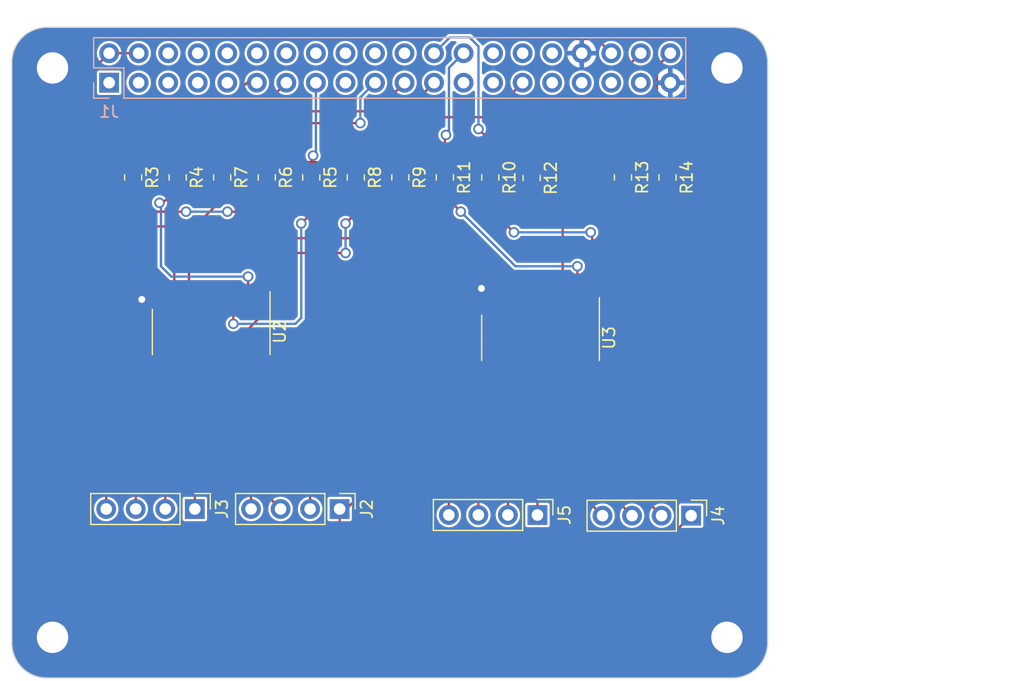
<source format=kicad_pcb>
(kicad_pcb (version 20221018) (generator pcbnew)
  (title_block (date "15 nov 2012"))
  (layers (0 "F.Cu" signal) (31 "B.Cu" signal) (34 "B.Paste" user) (35 "F.Paste" user) (36 "B.SilkS" user "B.Silkscreen") (37 "F.SilkS" user "F.Silkscreen") (38 "B.Mask" user) (39 "F.Mask" user) (44 "Edge.Cuts" user))
  (net 0 "")
  (net 1 "GND")
  (net 2 "/GPIO2{slash}SDA1")
  (net 3 "/GPIO3{slash}SCL1")
  (net 4 "/GPIO4{slash}GPCLK0")
  (net 5 "/GPIO14{slash}TXD0")
  (net 6 "/GPIO15{slash}RXD0")
  (net 7 "/DO1")
  (net 8 "/GPIO18{slash}PCM.CLK")
  (net 9 "/DO2")
  (net 10 "/DO3")
  (net 11 "/GPIO23")
  (net 12 "/GPIO24")
  (net 13 "/DO4")
  (net 15 "/GPIO25")
  (net 16 "+3.3V")
  (net 17 "Net-(J3-Pin_4)")
  (net 18 "Net-(J3-Pin_3)")
  (net 19 "/ID_SDA")
  (net 20 "/ID_SCL")
  (net 21 "/GPIO6")
  (net 22 "/GPIO12{slash}PWM0")
  (net 23 "/GPIO13{slash}PWM1")
  (net 24 "/GPIO19{slash}PCM.FS")
  (net 25 "/GPIO16")
  (net 26 "/GPIO26")
  (net 27 "/GPIO20{slash}PCM.DIN")
  (net 28 "/GPIO21{slash}PCM.DOUT")
  (net 29 "+5V")
  (net 30 "Net-(J3-Pin_2)")
  (net 31 "Net-(U2-I1)")
  (net 32 "Net-(U2-I2)")
  (net 33 "Net-(U2-I3)")
  (net 34 "Net-(U2-I4)")
  (net 35 "/DO5")
  (net 36 "Net-(U2-I5)")
  (net 38 "Net-(U2-I6)")
  (net 40 "Net-(U2-I7)")
  (net 41 "Net-(J3-Pin_1)")
  (net 42 "Net-(J2-Pin_3)")
  (net 43 "Net-(J2-Pin_2)")
  (net 44 "Net-(J5-Pin_4)")
  (net 45 "Net-(J5-Pin_3)")
  (net 46 "Net-(J5-Pin_2)")
  (net 51 "/DO6")
  (net 52 "/DO7")
  (net 53 "/Connected")
  (net 54 "Net-(J5-Pin_1)")
  (net 55 "Net-(J4-Pin_3)")
  (net 56 "Net-(J4-Pin_2)")
  (net 57 "Net-(J2-Pin_4)")
  (net 58 "Net-(U3-I1)")
  (net 59 "/Active")
  (net 60 "Net-(U3-I2)")
  (net 61 "Net-(U3-I3)")
  (net 62 "Net-(U3-I4)")
  (net 63 "Net-(U3-I5)")
  (net 64 "Net-(J4-Pin_4)")
  (footprint "Connector_PinHeader_2.54mm:PinHeader_1x04_P2.54mm_Vertical" (layer "F.Cu") (at 115.738 85.457 -90)
    (fp_text reference "J3" (at 0 -2.33 -90) (layer "F.SilkS"))
    (fp_text value "Relay Pins 2")
    (fp_line (start -1.33 -1.33) (end 0 -1.33) (stroke (width 0.12)) (layer "F.SilkS"))
    (fp_line (start -1.33 0) (end -1.33 -1.33) (stroke (width 0.12)) (layer "F.SilkS"))
    (fp_line (start -1.33 1.27) (end -1.33 8.95) (stroke (width 0.12)) (layer "F.SilkS"))
    (fp_line (start -1.33 1.27) (end 1.33 1.27) (stroke (width 0.12)) (layer "F.SilkS"))
    (fp_line (start -1.33 8.95) (end 1.33 8.95) (stroke (width 0.12)) (layer "F.SilkS"))
    (fp_line (start 1.33 1.27) (end 1.33 8.95) (stroke (width 0.12)) (layer "F.SilkS"))
    (pad "1" thru_hole rect (at 0 0 270) (size 1.7 1.7) (drill 1) (layers "*.Cu" "*.Mask") (net 41 "Net-(J3-Pin_1)"))
    (pad "2" thru_hole oval (at 0 2.54 270) (size 1.7 1.7) (drill 1) (layers "*.Cu" "*.Mask") (net 30 "Net-(J3-Pin_2)"))
    (pad "3" thru_hole oval (at 0 5.08 270) (size 1.7 1.7) (drill 1) (layers "*.Cu" "*.Mask") (net 18 "Net-(J3-Pin_3)"))
    (pad "4" thru_hole oval (at 0 7.62 270) (size 1.7 1.7) (drill 1) (layers "*.Cu" "*.Mask") (net 17 "Net-(J3-Pin_4)"))
  )
  (footprint "Resistor_SMD:R_0805_2012Metric" (layer "F.Cu") (at 144.704 56.9705 -90)
    (fp_text reference "R12" (at 0 -1.65 90) (layer "F.SilkS"))
    (fp_text value "3k3")
    (fp_line (start -0.227064 -0.735) (end 0.227064 -0.735) (stroke (width 0.12)) (layer "F.SilkS"))
    (fp_line (start -0.227064 0.735) (end 0.227064 0.735) (stroke (width 0.12)) (layer "F.SilkS"))
    (pad "1" smd roundrect (at -0.9125 0 270) (size 1.025 1.4) (layers "F.Cu" "F.Paste" "F.Mask") (roundrect_rratio 0.243902) (net 25 "/GPIO16"))
    (pad "2" smd roundrect (at 0.9125 0 270) (size 1.025 1.4) (layers "F.Cu" "F.Paste" "F.Mask") (roundrect_rratio 0.243902) (net 61 "Net-(U3-I3)"))
  )
  (footprint "MountingHole:MountingHole_2.7mm_M2.5" (layer "F.Cu") (at 161.5 47.5)
    (fp_text reference "MH2" hide)
    (fp_text value "MountingHole_2.7mm_M2.5" hide)
    (pad "" np_thru_hole circle locked (at 0 0) (size 2.7 2.7) (drill 2.7) (layers "*.Cu" "*.Mask"))
  )
  (footprint "Resistor_SMD:R_0805_2012Metric" (layer "F.Cu") (at 141.148 56.9235 -90)
    (fp_text reference "R10" (at 0 -1.65 90) (layer "F.SilkS"))
    (fp_text value "3k3")
    (fp_line (start -0.227064 -0.735) (end 0.227064 -0.735) (stroke (width 0.12)) (layer "F.SilkS"))
    (fp_line (start -0.227064 0.735) (end 0.227064 0.735) (stroke (width 0.12)) (layer "F.SilkS"))
    (pad "1" smd roundrect (at -0.9125 0 270) (size 1.025 1.4) (layers "F.Cu" "F.Paste" "F.Mask") (roundrect_rratio 0.243902) (net 53 "/Connected"))
    (pad "2" smd roundrect (at 0.9125 0 270) (size 1.025 1.4) (layers "F.Cu" "F.Paste" "F.Mask") (roundrect_rratio 0.243902) (net 58 "Net-(U3-I1)"))
  )
  (footprint "Resistor_SMD:R_0805_2012Metric" (layer "F.Cu") (at 129.582177 56.9235 -90)
    (fp_text reference "R8" (at 0 -1.65 90) (layer "F.SilkS"))
    (fp_text value "3k3")
    (fp_line (start -0.227064 -0.735) (end 0.227064 -0.735) (stroke (width 0.12)) (layer "F.SilkS"))
    (fp_line (start -0.227064 0.735) (end 0.227064 0.735) (stroke (width 0.12)) (layer "F.SilkS"))
    (pad "1" smd roundrect (at -0.9125 0 270) (size 1.025 1.4) (layers "F.Cu" "F.Paste" "F.Mask") (roundrect_rratio 0.243902) (net 51 "/DO6"))
    (pad "2" smd roundrect (at 0.9125 0 270) (size 1.025 1.4) (layers "F.Cu" "F.Paste" "F.Mask") (roundrect_rratio 0.243902) (net 38 "Net-(U2-I6)"))
  )
  (footprint "Connector_PinHeader_2.54mm:PinHeader_1x04_P2.54mm_Vertical" (layer "F.Cu") (at 145.202 85.973 -90)
    (fp_text reference "J5" (at 0 -2.33 -90) (layer "F.SilkS"))
    (fp_text value "Status Leds 2")
    (fp_line (start -1.33 -1.33) (end 0 -1.33) (stroke (width 0.12)) (layer "F.SilkS"))
    (fp_line (start -1.33 0) (end -1.33 -1.33) (stroke (width 0.12)) (layer "F.SilkS"))
    (fp_line (start -1.33 1.27) (end -1.33 8.95) (stroke (width 0.12)) (layer "F.SilkS"))
    (fp_line (start -1.33 1.27) (end 1.33 1.27) (stroke (width 0.12)) (layer "F.SilkS"))
    (fp_line (start -1.33 8.95) (end 1.33 8.95) (stroke (width 0.12)) (layer "F.SilkS"))
    (fp_line (start 1.33 1.27) (end 1.33 8.95) (stroke (width 0.12)) (layer "F.SilkS"))
    (pad "1" thru_hole rect (at 0 0 270) (size 1.7 1.7) (drill 1) (layers "*.Cu" "*.Mask") (net 54 "Net-(J5-Pin_1)"))
    (pad "2" thru_hole oval (at 0 2.54 270) (size 1.7 1.7) (drill 1) (layers "*.Cu" "*.Mask") (net 46 "Net-(J5-Pin_2)"))
    (pad "3" thru_hole oval (at 0 5.08 270) (size 1.7 1.7) (drill 1) (layers "*.Cu" "*.Mask") (net 45 "Net-(J5-Pin_3)"))
    (pad "4" thru_hole oval (at 0 7.62 270) (size 1.7 1.7) (drill 1) (layers "*.Cu" "*.Mask") (net 44 "Net-(J5-Pin_4)"))
  )
  (footprint "Resistor_SMD:R_0805_2012Metric" (layer "F.Cu") (at 110.435162 56.9235 -90)
    (fp_text reference "R3" (at 0 -1.65 90) (layer "F.SilkS"))
    (fp_text value "3k3")
    (fp_line (start -0.227064 -0.735) (end 0.227064 -0.735) (stroke (width 0.12)) (layer "F.SilkS"))
    (fp_line (start -0.227064 0.735) (end 0.227064 0.735) (stroke (width 0.12)) (layer "F.SilkS"))
    (pad "1" smd roundrect (at -0.9125 0 270) (size 1.025 1.4) (layers "F.Cu" "F.Paste" "F.Mask") (roundrect_rratio 0.243902) (net 7 "/DO1"))
    (pad "2" smd roundrect (at 0.9125 0 270) (size 1.025 1.4) (layers "F.Cu" "F.Paste" "F.Mask") (roundrect_rratio 0.243902) (net 31 "Net-(U2-I1)"))
  )
  (footprint "Resistor_SMD:R_0805_2012Metric" (layer "F.Cu") (at 118.093968 56.9235 -90)
    (fp_text reference "R7" (at 0 -1.65 90) (layer "F.SilkS"))
    (fp_text value "3k3")
    (fp_line (start -0.227064 -0.735) (end 0.227064 -0.735) (stroke (width 0.12)) (layer "F.SilkS"))
    (fp_line (start -0.227064 0.735) (end 0.227064 0.735) (stroke (width 0.12)) (layer "F.SilkS"))
    (pad "1" smd roundrect (at -0.9125 0 270) (size 1.025 1.4) (layers "F.Cu" "F.Paste" "F.Mask") (roundrect_rratio 0.243902) (net 35 "/DO5"))
    (pad "2" smd roundrect (at 0.9125 0 270) (size 1.025 1.4) (layers "F.Cu" "F.Paste" "F.Mask") (roundrect_rratio 0.243902) (net 36 "Net-(U2-I5)"))
  )
  (footprint "MountingHole:MountingHole_2.7mm_M2.5" (layer "F.Cu") (at 103.5 96.5)
    (fp_text reference "MH3" hide)
    (fp_text value "MountingHole_2.7mm_M2.5" hide)
    (pad "" np_thru_hole circle locked (at 0 0) (size 2.7 2.7) (drill 2.7) (layers "*.Cu" "*.Mask"))
  )
  (footprint "Package_SO:SOIC-16_3.9x9.9mm_P1.27mm" (layer "F.Cu") (at 145.466 70.725 -90)
    (fp_text reference "U3" (at 0 -5.9 90) (layer "F.SilkS"))
    (fp_text value "ULN2003")
    (fp_line (start 0 -5.06) (end -3.45 -5.06) (stroke (width 0.12)) (layer "F.SilkS"))
    (fp_line (start 0 -5.06) (end 1.95 -5.06) (stroke (width 0.12)) (layer "F.SilkS"))
    (fp_line (start 0 5.06) (end -1.95 5.06) (stroke (width 0.12)) (layer "F.SilkS"))
    (fp_line (start 0 5.06) (end 1.95 5.06) (stroke (width 0.12)) (layer "F.SilkS"))
    (pad "1" smd roundrect (at -2.475 -4.445 270) (size 1.95 0.6) (layers "F.Cu" "F.Paste" "F.Mask") (net 58 "Net-(U3-I1)"))
    (pad "2" smd roundrect (at -2.475 -3.175 270) (size 1.95 0.6) (layers "F.Cu" "F.Paste" "F.Mask") (net 60 "Net-(U3-I2)"))
    (pad "3" smd roundrect (at -2.475 -1.905 270) (size 1.95 0.6) (layers "F.Cu" "F.Paste" "F.Mask") (net 61 "Net-(U3-I3)"))
    (pad "4" smd roundrect (at -2.475 -0.635 270) (size 1.95 0.6) (layers "F.Cu" "F.Paste" "F.Mask") (net 62 "Net-(U3-I4)"))
    (pad "5" smd roundrect (at -2.475 0.635 270) (size 1.95 0.6) (layers "F.Cu" "F.Paste" "F.Mask") (net 63 "Net-(U3-I5)"))
    (pad "6" smd roundrect (at -2.475 1.905 270) (size 1.95 0.6) (layers "F.Cu" "F.Paste" "F.Mask"))
    (pad "7" smd roundrect (at -2.475 3.175 270) (size 1.95 0.6) (layers "F.Cu" "F.Paste" "F.Mask"))
    (pad "8" smd roundrect (at -2.475 4.445 270) (size 1.95 0.6) (layers "F.Cu" "F.Paste" "F.Mask") (net 1 "GND"))
    (pad "9" smd roundrect (at 2.475 4.445 270) (size 1.95 0.6) (layers "F.Cu" "F.Paste" "F.Mask") (net 29 "+5V"))
    (pad "10" smd roundrect (at 2.475 3.175 270) (size 1.95 0.6) (layers "F.Cu" "F.Paste" "F.Mask") (net 44 "Net-(J5-Pin_4)"))
    (pad "11" smd roundrect (at 2.475 1.905 270) (size 1.95 0.6) (layers "F.Cu" "F.Paste" "F.Mask") (net 45 "Net-(J5-Pin_3)"))
    (pad "12" smd roundrect (at 2.475 0.635 270) (size 1.95 0.6) (layers "F.Cu" "F.Paste" "F.Mask") (net 46 "Net-(J5-Pin_2)"))
    (pad "13" smd roundrect (at 2.475 -0.635 270) (size 1.95 0.6) (layers "F.Cu" "F.Paste" "F.Mask") (net 54 "Net-(J5-Pin_1)"))
    (pad "14" smd roundrect (at 2.475 -1.905 270) (size 1.95 0.6) (layers "F.Cu" "F.Paste" "F.Mask") (net 64 "Net-(J4-Pin_4)"))
    (pad "15" smd roundrect (at 2.475 -3.175 270) (size 1.95 0.6) (layers "F.Cu" "F.Paste" "F.Mask") (net 55 "Net-(J4-Pin_3)"))
    (pad "16" smd roundrect (at 2.475 -4.445 270) (size 1.95 0.6) (layers "F.Cu" "F.Paste" "F.Mask") (net 56 "Net-(J4-Pin_2)"))
  )
  (footprint "MountingHole:MountingHole_2.7mm_M2.5" (layer "F.Cu") (at 103.5 47.5)
    (fp_text reference "MH1" hide)
    (fp_text value "MountingHole_2.7mm_M2.5" hide)
    (pad "" np_thru_hole circle locked (at 0 0) (size 2.7 2.7) (drill 2.7) (layers "*.Cu" "*.Mask"))
  )
  (footprint "Resistor_SMD:R_0805_2012Metric" (layer "F.Cu") (at 114.264565 56.9235 -90)
    (fp_text reference "R4" (at 0 -1.65 90) (layer "F.SilkS"))
    (fp_text value "3k3")
    (fp_line (start -0.227064 -0.735) (end 0.227064 -0.735) (stroke (width 0.12)) (layer "F.SilkS"))
    (fp_line (start -0.227064 0.735) (end 0.227064 0.735) (stroke (width 0.12)) (layer "F.SilkS"))
    (pad "1" smd roundrect (at -0.9125 0 270) (size 1.025 1.4) (layers "F.Cu" "F.Paste" "F.Mask") (roundrect_rratio 0.243902) (net 9 "/DO2"))
    (pad "2" smd roundrect (at 0.9125 0 270) (size 1.025 1.4) (layers "F.Cu" "F.Paste" "F.Mask") (roundrect_rratio 0.243902) (net 32 "Net-(U2-I2)"))
  )
  (footprint "Resistor_SMD:R_0805_2012Metric" (layer "F.Cu") (at 152.558595 56.9235 -90)
    (fp_text reference "R13" (at 0 -1.65 90) (layer "F.SilkS"))
    (fp_text value "3k3")
    (fp_line (start -0.227064 -0.735) (end 0.227064 -0.735) (stroke (width 0.12)) (layer "F.SilkS"))
    (fp_line (start -0.227064 0.735) (end 0.227064 0.735) (stroke (width 0.12)) (layer "F.SilkS"))
    (pad "1" smd roundrect (at -0.9125 0 270) (size 1.025 1.4) (layers "F.Cu" "F.Paste" "F.Mask") (roundrect_rratio 0.243902) (net 27 "/GPIO20{slash}PCM.DIN"))
    (pad "2" smd roundrect (at 0.9125 0 270) (size 1.025 1.4) (layers "F.Cu" "F.Paste" "F.Mask") (roundrect_rratio 0.243902) (net 62 "Net-(U3-I4)"))
  )
  (footprint "Connector_PinHeader_2.54mm:PinHeader_1x04_P2.54mm_Vertical" (layer "F.Cu") (at 158.42 86.03 -90)
    (fp_text reference "J4" (at 0 -2.33 90) (layer "F.SilkS"))
    (fp_text value "Status Leds 1")
    (fp_line (start -1.33 -1.33) (end 0 -1.33) (stroke (width 0.12)) (layer "F.SilkS"))
    (fp_line (start -1.33 0) (end -1.33 -1.33) (stroke (width 0.12)) (layer "F.SilkS"))
    (fp_line (start -1.33 1.27) (end -1.33 8.95) (stroke (width 0.12)) (layer "F.SilkS"))
    (fp_line (start -1.33 1.27) (end 1.33 1.27) (stroke (width 0.12)) (layer "F.SilkS"))
    (fp_line (start -1.33 8.95) (end 1.33 8.95) (stroke (width 0.12)) (layer "F.SilkS"))
    (fp_line (start 1.33 1.27) (end 1.33 8.95) (stroke (width 0.12)) (layer "F.SilkS"))
    (pad "1" thru_hole rect (at 0 0 270) (size 1.7 1.7) (drill 1) (layers "*.Cu" "*.Mask") (net 29 "+5V"))
    (pad "2" thru_hole oval (at 0 2.54 270) (size 1.7 1.7) (drill 1) (layers "*.Cu" "*.Mask") (net 56 "Net-(J4-Pin_2)"))
    (pad "3" thru_hole oval (at 0 5.08 270) (size 1.7 1.7) (drill 1) (layers "*.Cu" "*.Mask") (net 55 "Net-(J4-Pin_3)"))
    (pad "4" thru_hole oval (at 0 7.62 270) (size 1.7 1.7) (drill 1) (layers "*.Cu" "*.Mask") (net 64 "Net-(J4-Pin_4)"))
  )
  (footprint "Resistor_SMD:R_0805_2012Metric" (layer "F.Cu") (at 121.923371 56.9235 -90)
    (fp_text reference "R6" (at 0 -1.65 90) (layer "F.SilkS"))
    (fp_text value "3k3")
    (fp_line (start -0.227064 -0.735) (end 0.227064 -0.735) (stroke (width 0.12)) (layer "F.SilkS"))
    (fp_line (start -0.227064 0.735) (end 0.227064 0.735) (stroke (width 0.12)) (layer "F.SilkS"))
    (pad "1" smd roundrect (at -0.9125 0 270) (size 1.025 1.4) (layers "F.Cu" "F.Paste" "F.Mask") (roundrect_rratio 0.243902) (net 13 "/DO4"))
    (pad "2" smd roundrect (at 0.9125 0 270) (size 1.025 1.4) (layers "F.Cu" "F.Paste" "F.Mask") (roundrect_rratio 0.243902) (net 34 "Net-(U2-I4)"))
  )
  (footprint "Package_SO:SOIC-16_3.9x9.9mm_P1.27mm" (layer "F.Cu") (at 117.145 70.217 -90)
    (fp_text reference "U2" (at 0 -5.9 90) (layer "F.SilkS"))
    (fp_text value "ULN2003")
    (fp_line (start 0 -5.06) (end -3.45 -5.06) (stroke (width 0.12)) (layer "F.SilkS"))
    (fp_line (start 0 -5.06) (end 1.95 -5.06) (stroke (width 0.12)) (layer "F.SilkS"))
    (fp_line (start 0 5.06) (end -1.95 5.06) (stroke (width 0.12)) (layer "F.SilkS"))
    (fp_line (start 0 5.06) (end 1.95 5.06) (stroke (width 0.12)) (layer "F.SilkS"))
    (pad "1" smd roundrect (at -2.475 -4.445 270) (size 1.95 0.6) (layers "F.Cu" "F.Paste" "F.Mask") (net 31 "Net-(U2-I1)"))
    (pad "2" smd roundrect (at -2.475 -3.175 270) (size 1.95 0.6) (layers "F.Cu" "F.Paste" "F.Mask") (net 32 "Net-(U2-I2)"))
    (pad "3" smd roundrect (at -2.475 -1.905 270) (size 1.95 0.6) (layers "F.Cu" "F.Paste" "F.Mask") (net 33 "Net-(U2-I3)"))
    (pad "4" smd roundrect (at -2.475 -0.635 270) (size 1.95 0.6) (layers "F.Cu" "F.Paste" "F.Mask") (net 34 "Net-(U2-I4)"))
    (pad "5" smd roundrect (at -2.475 0.635 270) (size 1.95 0.6) (layers "F.Cu" "F.Paste" "F.Mask") (net 36 "Net-(U2-I5)"))
    (pad "6" smd roundrect (at -2.475 1.905 270) (size 1.95 0.6) (layers "F.Cu" "F.Paste" "F.Mask") (net 38 "Net-(U2-I6)"))
    (pad "7" smd roundrect (at -2.475 3.175 270) (size 1.95 0.6) (layers "F.Cu" "F.Paste" "F.Mask") (net 40 "Net-(U2-I7)"))
    (pad "8" smd roundrect (at -2.475 4.445 270) (size 1.95 0.6) (layers "F.Cu" "F.Paste" "F.Mask") (net 1 "GND"))
    (pad "9" smd roundrect (at 2.475 4.445 270) (size 1.95 0.6) (layers "F.Cu" "F.Paste" "F.Mask") (net 29 "+5V"))
    (pad "10" smd roundrect (at 2.475 3.175 270) (size 1.95 0.6) (layers "F.Cu" "F.Paste" "F.Mask") (net 17 "Net-(J3-Pin_4)"))
    (pad "11" smd roundrect (at 2.475 1.905 270) (size 1.95 0.6) (layers "F.Cu" "F.Paste" "F.Mask") (net 18 "Net-(J3-Pin_3)"))
    (pad "12" smd roundrect (at 2.475 0.635 270) (size 1.95 0.6) (layers "F.Cu" "F.Paste" "F.Mask") (net 30 "Net-(J3-Pin_2)"))
    (pad "13" smd roundrect (at 2.475 -0.635 270) (size 1.95 0.6) (layers "F.Cu" "F.Paste" "F.Mask") (net 41 "Net-(J3-Pin_1)"))
    (pad "14" smd roundrect (at 2.475 -1.905 270) (size 1.95 0.6) (layers "F.Cu" "F.Paste" "F.Mask") (net 57 "Net-(J2-Pin_4)"))
    (pad "15" smd roundrect (at 2.475 -3.175 270) (size 1.95 0.6) (layers "F.Cu" "F.Paste" "F.Mask") (net 42 "Net-(J2-Pin_3)"))
    (pad "16" smd roundrect (at 2.475 -4.445 270) (size 1.95 0.6) (layers "F.Cu" "F.Paste" "F.Mask") (net 43 "Net-(J2-Pin_2)"))
  )
  (footprint "Resistor_SMD:R_0805_2012Metric" (layer "F.Cu") (at 125.752774 56.9235 -90)
    (fp_text reference "R5" (at 0 -1.65 90) (layer "F.SilkS"))
    (fp_text value "3k3")
    (fp_line (start -0.227064 -0.735) (end 0.227064 -0.735) (stroke (width 0.12)) (layer "F.SilkS"))
    (fp_line (start -0.227064 0.735) (end 0.227064 0.735) (stroke (width 0.12)) (layer "F.SilkS"))
    (pad "1" smd roundrect (at -0.9125 0 270) (size 1.025 1.4) (layers "F.Cu" "F.Paste" "F.Mask") (roundrect_rratio 0.243902) (net 10 "/DO3"))
    (pad "2" smd roundrect (at 0.9125 0 270) (size 1.025 1.4) (layers "F.Cu" "F.Paste" "F.Mask") (roundrect_rratio 0.243902) (net 33 "Net-(U2-I3)"))
  )
  (footprint "MountingHole:MountingHole_2.7mm_M2.5" (layer "F.Cu") (at 161.5 96.5)
    (fp_text reference "MH4" hide)
    (fp_text value "MountingHole_2.7mm_M2.5" hide)
    (pad "" np_thru_hole circle locked (at 0 0) (size 2.7 2.7) (drill 2.7) (layers "*.Cu" "*.Mask"))
  )
  (footprint "Resistor_SMD:R_0805_2012Metric" (layer "F.Cu") (at 133.41158 56.9235 -90)
    (fp_text reference "R9" (at 0 -1.65 90) (layer "F.SilkS"))
    (fp_text value "3k3")
    (fp_line (start -0.227064 -0.735) (end 0.227064 -0.735) (stroke (width 0.12)) (layer "F.SilkS"))
    (fp_line (start -0.227064 0.735) (end 0.227064 0.735) (stroke (width 0.12)) (layer "F.SilkS"))
    (pad "1" smd roundrect (at -0.9125 0 270) (size 1.025 1.4) (layers "F.Cu" "F.Paste" "F.Mask") (roundrect_rratio 0.243902) (net 52 "/DO7"))
    (pad "2" smd roundrect (at 0.9125 0 270) (size 1.025 1.4) (layers "F.Cu" "F.Paste" "F.Mask") (roundrect_rratio 0.243902) (net 40 "Net-(U2-I7)"))
  )
  (footprint "Resistor_SMD:R_0805_2012Metric" (layer "F.Cu") (at 137.240983 56.9235 -90)
    (fp_text reference "R11" (at 0 -1.65 90) (layer "F.SilkS"))
    (fp_text value "3k3")
    (fp_line (start -0.227064 -0.735) (end 0.227064 -0.735) (stroke (width 0.12)) (layer "F.SilkS"))
    (fp_line (start -0.227064 0.735) (end 0.227064 0.735) (stroke (width 0.12)) (layer "F.SilkS"))
    (pad "1" smd roundrect (at -0.9125 0 270) (size 1.025 1.4) (layers "F.Cu" "F.Paste" "F.Mask") (roundrect_rratio 0.243902) (net 59 "/Active"))
    (pad "2" smd roundrect (at 0.9125 0 270) (size 1.025 1.4) (layers "F.Cu" "F.Paste" "F.Mask") (roundrect_rratio 0.243902) (net 60 "Net-(U3-I2)"))
  )
  (footprint "Connector_PinHeader_2.54mm:PinHeader_1x04_P2.54mm_Vertical" (layer "F.Cu") (at 128.194 85.457 -90)
    (fp_text reference "J2" (at 0 -2.33 90) (layer "F.SilkS"))
    (fp_text value "Relay Pins 1")
    (fp_line (start -1.33 -1.33) (end 0 -1.33) (stroke (width 0.12)) (layer "F.SilkS"))
    (fp_line (start -1.33 0) (end -1.33 -1.33) (stroke (width 0.12)) (layer "F.SilkS"))
    (fp_line (start -1.33 1.27) (end -1.33 8.95) (stroke (width 0.12)) (layer "F.SilkS"))
    (fp_line (start -1.33 1.27) (end 1.33 1.27) (stroke (width 0.12)) (layer "F.SilkS"))
    (fp_line (start -1.33 8.95) (end 1.33 8.95) (stroke (width 0.12)) (layer "F.SilkS"))
    (fp_line (start 1.33 1.27) (end 1.33 8.95) (stroke (width 0.12)) (layer "F.SilkS"))
    (pad "1" thru_hole rect (at 0 0 270) (size 1.7 1.7) (drill 1) (layers "*.Cu" "*.Mask") (net 29 "+5V"))
    (pad "2" thru_hole oval (at 0 2.54 270) (size 1.7 1.7) (drill 1) (layers "*.Cu" "*.Mask") (net 43 "Net-(J2-Pin_2)"))
    (pad "3" thru_hole oval (at 0 5.08 270) (size 1.7 1.7) (drill 1) (layers "*.Cu" "*.Mask") (net 42 "Net-(J2-Pin_3)"))
    (pad "4" thru_hole oval (at 0 7.62 270) (size 1.7 1.7) (drill 1) (layers "*.Cu" "*.Mask") (net 57 "Net-(J2-Pin_4)"))
  )
  (footprint "Resistor_SMD:R_0805_2012Metric" (layer "F.Cu") (at 156.388 56.9235 -90)
    (fp_text reference "R14" (at 0 -1.65 90) (layer "F.SilkS"))
    (fp_text value "3k3")
    (fp_line (start -0.227064 -0.735) (end 0.227064 -0.735) (stroke (width 0.12)) (layer "F.SilkS"))
    (fp_line (start -0.227064 0.735) (end 0.227064 0.735) (stroke (width 0.12)) (layer "F.SilkS"))
    (pad "1" smd roundrect (at -0.9125 0 270) (size 1.025 1.4) (layers "F.Cu" "F.Paste" "F.Mask") (roundrect_rratio 0.243902) (net 28 "/GPIO21{slash}PCM.DOUT"))
    (pad "2" smd roundrect (at 0.9125 0 270) (size 1.025 1.4) (layers "F.Cu" "F.Paste" "F.Mask") (roundrect_rratio 0.243902) (net 63 "Net-(U3-I5)"))
  )
  (footprint "Connector_PinSocket_2.54mm:PinSocket_2x20_P2.54mm_Vertical" (layer "B.Cu") (at 108.37 48.77 -90)
    (fp_text reference "J1" (at 2.5 0) (layer "B.SilkS") (effects (justify mirror)))
    (fp_text value "GPIO")
    (fp_line (start -3.87 -49.59) (end 1.33 -49.59) (stroke (width 0.12)) (layer "B.SilkS"))
    (fp_line (start -3.87 1.33) (end -3.87 -49.59) (stroke (width 0.12)) (layer "B.SilkS"))
    (fp_line (start -3.87 1.33) (end -1.27 1.33) (stroke (width 0.12)) (layer "B.SilkS"))
    (fp_line (start -1.27 -1.27) (end 1.33 -1.27) (stroke (width 0.12)) (layer "B.SilkS"))
    (fp_line (start -1.27 1.33) (end -1.27 -1.27) (stroke (width 0.12)) (layer "B.SilkS"))
    (fp_line (start 0 1.33) (end 1.33 1.33) (stroke (width 0.12)) (layer "B.SilkS"))
    (fp_line (start 1.33 -1.27) (end 1.33 -49.59) (stroke (width 0.12)) (layer "B.SilkS"))
    (fp_line (start 1.33 1.33) (end 1.33 0) (stroke (width 0.12)) (layer "B.SilkS"))
    (pad "1" thru_hole rect (at 0 0 270) (size 1.7 1.7) (drill 1) (layers "*.Cu" "*.Mask") (net 16 "+3.3V"))
    (pad "2" thru_hole oval (at -2.54 0 270) (size 1.7 1.7) (drill 1) (layers "*.Cu" "*.Mask") (net 29 "+5V"))
    (pad "3" thru_hole oval (at 0 -2.54 270) (size 1.7 1.7) (drill 1) (layers "*.Cu" "*.Mask") (net 2 "/GPIO2{slash}SDA1"))
    (pad "4" thru_hole oval (at -2.54 -2.54 270) (size 1.7 1.7) (drill 1) (layers "*.Cu" "*.Mask") (net 29 "+5V"))
    (pad "5" thru_hole oval (at 0 -5.08 270) (size 1.7 1.7) (drill 1) (layers "*.Cu" "*.Mask") (net 3 "/GPIO3{slash}SCL1"))
    (pad "6" thru_hole oval (at -2.54 -5.08 270) (size 1.7 1.7) (drill 1) (layers "*.Cu" "*.Mask"))
    (pad "7" thru_hole oval (at 0 -7.62 270) (size 1.7 1.7) (drill 1) (layers "*.Cu" "*.Mask") (net 4 "/GPIO4{slash}GPCLK0"))
    (pad "8" thru_hole oval (at -2.54 -7.62 270) (size 1.7 1.7) (drill 1) (layers "*.Cu" "*.Mask") (net 5 "/GPIO14{slash}TXD0"))
    (pad "9" thru_hole oval (at 0 -10.16 270) (size 1.7 1.7) (drill 1) (layers "*.Cu" "*.Mask"))
    (pad "10" thru_hole oval (at -2.54 -10.16 270) (size 1.7 1.7) (drill 1) (layers "*.Cu" "*.Mask") (net 6 "/GPIO15{slash}RXD0"))
    (pad "11" thru_hole oval (at 0 -12.7 270) (size 1.7 1.7) (drill 1) (layers "*.Cu" "*.Mask") (net 7 "/DO1"))
    (pad "12" thru_hole oval (at -2.54 -12.7 270) (size 1.7 1.7) (drill 1) (layers "*.Cu" "*.Mask") (net 8 "/GPIO18{slash}PCM.CLK"))
    (pad "13" thru_hole oval (at 0 -15.24 270) (size 1.7 1.7) (drill 1) (layers "*.Cu" "*.Mask") (net 9 "/DO2"))
    (pad "14" thru_hole oval (at -2.54 -15.24 270) (size 1.7 1.7) (drill 1) (layers "*.Cu" "*.Mask"))
    (pad "15" thru_hole oval (at 0 -17.78 270) (size 1.7 1.7) (drill 1) (layers "*.Cu" "*.Mask") (net 10 "/DO3"))
    (pad "16" thru_hole oval (at -2.54 -17.78 270) (size 1.7 1.7) (drill 1) (layers "*.Cu" "*.Mask") (net 11 "/GPIO23"))
    (pad "17" thru_hole oval (at 0 -20.32 270) (size 1.7 1.7) (drill 1) (layers "*.Cu" "*.Mask"))
    (pad "18" thru_hole oval (at -2.54 -20.32 270) (size 1.7 1.7) (drill 1) (layers "*.Cu" "*.Mask") (net 12 "/GPIO24"))
    (pad "19" thru_hole oval (at 0 -22.86 270) (size 1.7 1.7) (drill 1) (layers "*.Cu" "*.Mask") (net 13 "/DO4"))
    (pad "20" thru_hole oval (at -2.54 -22.86 270) (size 1.7 1.7) (drill 1) (layers "*.Cu" "*.Mask"))
    (pad "21" thru_hole oval (at 0 -25.4 270) (size 1.7 1.7) (drill 1) (layers "*.Cu" "*.Mask") (net 35 "/DO5"))
    (pad "22" thru_hole oval (at -2.54 -25.4 270) (size 1.7 1.7) (drill 1) (layers "*.Cu" "*.Mask") (net 15 "/GPIO25"))
    (pad "23" thru_hole oval (at 0 -27.94 270) (size 1.7 1.7) (drill 1) (layers "*.Cu" "*.Mask") (net 51 "/DO6"))
    (pad "24" thru_hole oval (at -2.54 -27.94 270) (size 1.7 1.7) (drill 1) (layers "*.Cu" "*.Mask") (net 53 "/Connected"))
    (pad "25" thru_hole oval (at 0 -30.48 270) (size 1.7 1.7) (drill 1) (layers "*.Cu" "*.Mask"))
    (pad "26" thru_hole oval (at -2.54 -30.48 270) (size 1.7 1.7) (drill 1) (layers "*.Cu" "*.Mask") (net 59 "/Active"))
    (pad "27" thru_hole oval (at 0 -33.02 270) (size 1.7 1.7) (drill 1) (layers "*.Cu" "*.Mask") (net 19 "/ID_SDA"))
    (pad "28" thru_hole oval (at -2.54 -33.02 270) (size 1.7 1.7) (drill 1) (layers "*.Cu" "*.Mask") (net 20 "/ID_SCL"))
    (pad "29" thru_hole oval (at 0 -35.56 270) (size 1.7 1.7) (drill 1) (layers "*.Cu" "*.Mask") (net 52 "/DO7"))
    (pad "30" thru_hole oval (at -2.54 -35.56 270) (size 1.7 1.7) (drill 1) (layers "*.Cu" "*.Mask"))
    (pad "31" thru_hole oval (at 0 -38.1 270) (size 1.7 1.7) (drill 1) (layers "*.Cu" "*.Mask") (net 21 "/GPIO6"))
    (pad "32" thru_hole oval (at -2.54 -38.1 270) (size 1.7 1.7) (drill 1) (layers "*.Cu" "*.Mask") (net 22 "/GPIO12{slash}PWM0"))
    (pad "33" thru_hole oval (at 0 -40.64 270) (size 1.7 1.7) (drill 1) (layers "*.Cu" "*.Mask") (net 23 "/GPIO13{slash}PWM1"))
    (pad "34" thru_hole oval (at -2.54 -40.64 270) (size 1.7 1.7) (drill 1) (layers "*.Cu" "*.Mask") (net 1 "GND"))
    (pad "35" thru_hole oval (at 0 -43.18 270) (size 1.7 1.7) (drill 1) (layers "*.Cu" "*.Mask") (net 24 "/GPIO19{slash}PCM.FS"))
    (pad "36" thru_hole oval (at -2.54 -43.18 270) (size 1.7 1.7) (drill 1) (layers "*.Cu" "*.Mask") (net 25 "/GPIO16"))
    (pad "37" thru_hole oval (at 0 -45.72 270) (size 1.7 1.7) (drill 1) (layers "*.Cu" "*.Mask") (net 26 "/GPIO26"))
    (pad "38" thru_hole oval (at -2.54 -45.72 270) (size 1.7 1.7) (drill 1) (layers "*.Cu" "*.Mask") (net 27 "/GPIO20{slash}PCM.DIN"))
    (pad "39" thru_hole oval (at 0 -48.26 270) (size 1.7 1.7) (drill 1) (layers "*.Cu" "*.Mask") (net 1 "GND"))
    (pad "40" thru_hole oval (at -2.54 -48.26 270) (size 1.7 1.7) (drill 1) (layers "*.Cu" "*.Mask") (net 28 "/GPIO21{slash}PCM.DOUT"))
  )
  (gr_arc (start 162 44) (mid 164.12132 44.87868) (end 165 47) (stroke (width 0.1)) (layer "Edge.Cuts"))
  (gr_line (start 165 97) (end 165 47) (stroke (width 0.1)) (layer "Edge.Cuts"))
  (gr_line (start 100 47) (end 100 81) (stroke (width 0.1)) (layer "Edge.Cuts"))
  (gr_arc (start 103 100) (mid 100.87868 99.12132) (end 100 97) (stroke (width 0.1)) (layer "Edge.Cuts"))
  (gr_line (start 103 100) (end 162 100) (stroke (width 0.1)) (layer "Edge.Cuts"))
  (gr_arc (start 165 97) (mid 164.12132 99.12132) (end 162 100) (stroke (width 0.1)) (layer "Edge.Cuts"))
  (gr_arc (start 100 47) (mid 100.87868 44.87868) (end 103 44) (stroke (width 0.1)) (layer "Edge.Cuts"))
  (gr_line (start 100 81) (end 100 97) (stroke (width 0.1)) (layer "Edge.Cuts"))
  (gr_line (start 162 44) (end 103 44) (stroke (width 0.1)) (layer "Edge.Cuts"))
  (segment (start 112.7 67.742) (end 111.495 67.742) (width 0.2) (layer "F.Cu") (net 1))
  (segment (start 141.021 67.107) (end 140.386 66.472) (width 0.2) (layer "F.Cu") (net 1))
  (segment (start 111.495 67.742) (end 111.176 67.423) (width 0.2) (layer "F.Cu") (net 1))
  (segment (start 141.021 68.25) (end 141.021 67.107) (width 0.2) (layer "F.Cu") (net 1))
  (via (at 111.176 67.423) (size 0.9) (drill 0.6) (layers "F.Cu" "B.Cu") (net 1))
  (via (at 140.386 66.472) (size 0.9) (drill 0.6) (layers "F.Cu" "B.Cu") (net 1))
  (segment (start 110.435162 56.011) (end 116.376162 50.07) (width 0.2) (layer "F.Cu") (net 7))
  (segment (start 120.22 48.77) (end 121.07 48.77) (width 0.2) (layer "F.Cu") (net 7))
  (segment (start 118.92 50.07) (end 120.22 48.77) (width 0.2) (layer "F.Cu") (net 7))
  (segment (start 116.376162 50.07) (end 118.92 50.07) (width 0.2) (layer "F.Cu") (net 7))
  (segment (start 120.894 51.486) (end 123.61 48.77) (width 0.2) (layer "F.Cu") (net 9))
  (segment (start 114.264565 56.011) (end 114.264565 55.336565) (width 0.2) (layer "F.Cu") (net 9))
  (segment (start 114.264565 55.336565) (end 114.224 55.296) (width 0.2) (layer "F.Cu") (net 9))
  (segment (start 114.264565 54.747435) (end 117.526 51.486) (width 0.2) (layer "F.Cu") (net 9))
  (segment (start 114.264565 56.011) (end 114.264565 54.747435) (width 0.2) (layer "F.Cu") (net 9))
  (segment (start 117.526 51.486) (end 120.894 51.486) (width 0.2) (layer "F.Cu") (net 9))
  (segment (start 125.752774 54.886774) (end 125.908 55.042) (width 0.2) (layer "F.Cu") (net 10))
  (segment (start 125.752774 56.011) (end 125.752774 54.886774) (width 0.2) (layer "F.Cu") (net 10))
  (via (at 125.908 55.042) (size 0.9) (drill 0.6) (layers "F.Cu" "B.Cu") (net 10))
  (segment (start 125.908 55.042) (end 126.15 54.8) (width 0.2) (layer "B.Cu") (net 10))
  (segment (start 126.15 54.8) (end 126.15 48.77) (width 0.2) (layer "B.Cu") (net 10))
  (segment (start 121.923371 56.011) (end 121.923371 54.200629) (width 0.2) (layer "F.Cu") (net 13))
  (segment (start 124.13 52.248) (end 129.972 52.248) (width 0.2) (layer "F.Cu") (net 13))
  (segment (start 123.876 52.248) (end 124.13 52.248) (width 0.2) (layer "F.Cu") (net 13))
  (segment (start 122.098 54.026) (end 123.876 52.248) (width 0.2) (layer "F.Cu") (net 13))
  (segment (start 121.923371 54.200629) (end 122.098 54.026) (width 0.2) (layer "F.Cu") (net 13))
  (via (at 129.972 52.248) (size 0.9) (drill 0.6) (layers "F.Cu" "B.Cu") (net 13))
  (segment (start 129.972 50.028) (end 131.23 48.77) (width 0.2) (layer "B.Cu") (net 13))
  (segment (start 129.972 52.248) (end 129.972 50.028) (width 0.2) (layer "B.Cu") (net 13))
  (segment (start 112.021 75.616) (end 108.128 75.616) (width 0.2) (layer "F.Cu") (net 17))
  (segment (start 108.118 75.626) (end 108.118 85.457) (width 0.2) (layer "F.Cu") (net 17))
  (segment (start 113.97 72.692) (end 113.97 73.667) (width 0.2) (layer "F.Cu") (net 17))
  (segment (start 108.128 75.616) (end 108.118 75.626) (width 0.2) (layer "F.Cu") (net 17))
  (segment (start 113.97 73.667) (end 112.021 75.616) (width 0.2) (layer "F.Cu") (net 17))
  (segment (start 115.24 73.667) (end 115.24 72.692) (width 0.2) (layer "F.Cu") (net 18))
  (segment (start 110.658 85.457) (end 110.658 78.42) (width 0.2) (layer "F.Cu") (net 18))
  (segment (start 112.021 76.886) (end 115.24 73.667) (width 0.2) (layer "F.Cu") (net 18))
  (segment (start 110.658 78.42) (end 110.668 78.41) (width 0.2) (layer "F.Cu") (net 18))
  (segment (start 110.668 78.41) (end 110.668 76.886) (width 0.2) (layer "F.Cu") (net 18))
  (segment (start 110.668 76.886) (end 112.021 76.886) (width 0.2) (layer "F.Cu") (net 18))
  (segment (start 145.847 45.009) (end 150.329 45.009) (width 0.2) (layer "F.Cu") (net 25))
  (segment (start 145.212 55.55) (end 145.212 45.644) (width 0.2) (layer "F.Cu") (net 25))
  (segment (start 144.704 56.058) (end 145.212 55.55) (width 0.2) (layer "F.Cu") (net 25))
  (segment (start 145.212 45.644) (end 145.847 45.009) (width 0.2) (layer "F.Cu") (net 25))
  (segment (start 150.329 45.009) (end 151.55 46.23) (width 0.2) (layer "F.Cu") (net 25))
  (segment (start 152.7 55.869595) (end 152.7 47.62) (width 0.2) (layer "F.Cu") (net 27))
  (segment (start 152.558595 56.011) (end 152.7 55.869595) (width 0.2) (layer "F.Cu") (net 27))
  (segment (start 152.7 47.62) (end 154.09 46.23) (width 0.2) (layer "F.Cu") (net 27))
  (segment (start 155.48 47.38) (end 156.63 46.23) (width 0.2) (layer "F.Cu") (net 28))
  (segment (start 155.48 55.103) (end 155.48 47.38) (width 0.2) (layer "F.Cu") (net 28))
  (segment (start 156.388 56.011) (end 155.48 55.103) (width 0.2) (layer "F.Cu") (net 28))
  (segment (start 105.715 89.967) (end 105.715 72.568) (width 0.2) (layer "F.Cu") (net 29))
  (segment (start 141.021 73.2) (end 128.764 85.457) (width 0.2) (layer "F.Cu") (net 29))
  (segment (start 128.764 85.457) (end 128.194 85.457) (width 0.2) (layer "F.Cu") (net 29))
  (segment (start 158.42 86.03) (end 154.483 89.967) (width 0.2) (layer "F.Cu") (net 29))
  (segment (start 108.812 46.23) (end 108.37 46.23) (width 0.2) (layer "F.Cu") (net 29))
  (segment (start 106.604 47.996) (end 106.604 50.724) (width 0.2) (layer "F.Cu") (net 29))
  (segment (start 105.839 72.692) (end 105.715 72.568) (width 0.2) (layer "F.Cu") (net 29))
  (segment (start 112.7 72.692) (end 105.839 72.692) (width 0.2) (layer "F.Cu") (net 29))
  (segment (start 154.483 89.967) (end 126.162 89.967) (width 0.2) (layer "F.Cu") (net 29))
  (segment (start 105.715 51.613) (end 105.715 72.568) (width 0.2) (layer "F.Cu") (net 29))
  (segment (start 106.604 50.724) (end 105.715 51.613) (width 0.2) (layer "F.Cu") (net 29))
  (segment (start 126.162 89.967) (end 105.715 89.967) (width 0.2) (layer "F.Cu") (net 29))
  (segment (start 108.89 46.152) (end 108.812 46.23) (width 0.2) (layer "F.Cu") (net 29))
  (segment (start 128.194 89.459) (end 128.194 85.457) (width 0.2) (layer "F.Cu") (net 29))
  (segment (start 126.162 89.967) (end 127.686 89.967) (width 0.2) (layer "F.Cu") (net 29))
  (segment (start 110.414 46.152) (end 110.668 46.152) (width 0.2) (layer "F.Cu") (net 29))
  (segment (start 127.686 89.967) (end 128.194 89.459) (width 0.2) (layer "F.Cu") (net 29))
  (segment (start 110.91 46.23) (end 110.492 46.23) (width 0.2) (layer "F.Cu") (net 29))
  (segment (start 108.37 46.23) (end 106.604 47.996) (width 0.2) (layer "F.Cu") (net 29))
  (segment (start 110.492 46.23) (end 110.414 46.152) (width 0.2) (layer "F.Cu") (net 29))
  (segment (start 110.91 46.23) (end 108.37 46.23) (width 0.2) (layer "F.Cu") (net 29))
  (segment (start 113.198 85.457) (end 113.198 78.166) (width 0.2) (layer "F.Cu") (net 30))
  (segment (start 116.51 74.854) (end 116.51 72.692) (width 0.2) (layer "F.Cu") (net 30))
  (segment (start 113.198 78.166) (end 116.51 74.854) (width 0.2) (layer "F.Cu") (net 30))
  (segment (start 107.366 70.79) (end 119.517 70.79) (width 0.2) (layer "F.Cu") (net 31))
  (segment (start 110.435162 57.836) (end 108.89 57.836) (width 0.2) (layer "F.Cu") (net 31))
  (segment (start 107.112 59.614) (end 107.112 70.536) (width 0.2) (layer "F.Cu") (net 31))
  (segment (start 108.89 57.836) (end 107.112 59.614) (width 0.2) (layer "F.Cu") (net 31))
  (segment (start 121.59 68.717) (end 121.59 67.742) (width 0.2) (layer "F.Cu") (net 31))
  (segment (start 119.517 70.79) (end 121.59 68.717) (width 0.2) (layer "F.Cu") (net 31))
  (segment (start 107.112 70.536) (end 107.366 70.79) (width 0.2) (layer "F.Cu") (net 31))
  (segment (start 120.32 67.742) (end 120.32 65.456) (width 0.2) (layer "F.Cu") (net 32))
  (segment (start 112.994565 59.106) (end 114.264565 57.836) (width 0.2) (layer "F.Cu") (net 32))
  (segment (start 112.7 59.106) (end 112.994565 59.106) (width 0.2) (layer "F.Cu") (net 32))
  (via (at 120.32 65.456) (size 0.9) (drill 0.6) (layers "F.Cu" "B.Cu") (net 32))
  (via (at 112.7 59.106) (size 0.9) (drill 0.6) (layers "F.Cu" "B.Cu") (net 32))
  (segment (start 112.827 64.567) (end 112.827 59.233) (width 0.2) (layer "B.Cu") (net 32))
  (segment (start 112.827 59.233) (end 112.7 59.106) (width 0.2) (layer "B.Cu") (net 32))
  (segment (start 120.32 65.456) (end 113.716 65.456) (width 0.2) (layer "B.Cu") (net 32))
  (segment (start 113.716 65.456) (end 112.827 64.567) (width 0.2) (layer "B.Cu") (net 32))
  (segment (start 124.892 60.884) (end 125.752774 60.023226) (width 0.2) (layer "F.Cu") (net 33))
  (segment (start 119.05 69.52) (end 119.05 67.742) (width 0.2) (layer "F.Cu") (net 33))
  (segment (start 125.752774 60.023226) (end 125.752774 57.836) (width 0.2) (layer "F.Cu") (net 33))
  (via (at 124.892 60.884) (size 0.9) (drill 0.6) (layers "F.Cu" "B.Cu") (net 33))
  (via (at 119.05 69.52) (size 0.9) (drill 0.6) (layers "F.Cu" "B.Cu") (net 33))
  (segment (start 124.892 64.694) (end 124.892 69.012) (width 0.2) (layer "B.Cu") (net 33))
  (segment (start 124.892 64.694) (end 124.892 60.884) (width 0.2) (layer "B.Cu") (net 33))
  (segment (start 124.892 69.012) (end 124.384 69.52) (width 0.2) (layer "B.Cu") (net 33))
  (segment (start 124.384 69.52) (end 119.05 69.52) (width 0.2) (layer "B.Cu") (net 33))
  (segment (start 108.382 60.63) (end 109.144 59.868) (width 0.2) (layer "F.Cu") (net 34))
  (segment (start 117.78 67.742) (end 117.78 69.52) (width 0.2) (layer "F.Cu") (net 34))
  (segment (start 121.923371 58.264629) (end 121.923371 57.836) (width 0.2) (layer "F.Cu") (net 34))
  (segment (start 108.382 69.774) (end 108.382 60.63) (width 0.2) (layer "F.Cu") (net 34))
  (segment (start 108.636 70.028) (end 108.382 69.774) (width 0.2) (layer "F.Cu") (net 34))
  (segment (start 117.78 69.52) (end 117.272 70.028) (width 0.2) (layer "F.Cu") (net 34))
  (segment (start 109.144 59.868) (end 114.986 59.868) (width 0.2) (layer "F.Cu") (net 34))
  (segment (start 118.542 59.868) (end 120.32 59.868) (width 0.2) (layer "F.Cu") (net 34))
  (segment (start 117.272 70.028) (end 108.636 70.028) (width 0.2) (layer "F.Cu") (net 34))
  (segment (start 120.32 59.868) (end 121.923371 58.264629) (width 0.2) (layer "F.Cu") (net 34))
  (via (at 114.986 59.868) (size 0.9) (drill 0.6) (layers "F.Cu" "B.Cu") (net 34))
  (via (at 118.542 59.868) (size 0.9) (drill 0.6) (layers "F.Cu" "B.Cu") (net 34))
  (segment (start 114.986 59.868) (end 118.542 59.868) (width 0.2) (layer "B.Cu") (net 34))
  (segment (start 118.796 52.756) (end 121.336 52.756) (width 0.2) (layer "F.Cu") (net 35))
  (segment (start 131.308 51.232) (end 133.77 48.77) (width 0.2) (layer "F.Cu") (net 35))
  (segment (start 118.093968 53.458032) (end 118.796 52.756) (width 0.2) (layer "F.Cu") (net 35))
  (segment (start 121.336 52.756) (end 122.86 51.232) (width 0.2) (layer "F.Cu") (net 35))
  (segment (start 122.86 51.232) (end 131.308 51.232) (width 0.2) (layer "F.Cu") (net 35))
  (segment (start 118.093968 56.011) (end 118.093968 53.458032) (width 0.2) (layer "F.Cu") (net 35))
  (segment (start 115.748 61.138) (end 118.093968 58.792032) (width 0.2) (layer "F.Cu") (net 36))
  (segment (start 109.906 61.138) (end 115.748 61.138) (width 0.2) (layer "F.Cu") (net 36))
  (segment (start 116.51 68.717) (end 115.961 69.266) (width 0.2) (layer "F.Cu") (net 36))
  (segment (start 116.51 67.742) (end 116.51 68.717) (width 0.2) (layer "F.Cu") (net 36))
  (segment (start 115.961 69.266) (end 109.652 69.266) (width 0.2) (layer "F.Cu") (net 36))
  (segment (start 109.652 61.392) (end 109.906 61.138) (width 0.2) (layer "F.Cu") (net 36))
  (segment (start 118.093968 58.792032) (end 118.093968 57.836) (width 0.2) (layer "F.Cu") (net 36))
  (segment (start 109.652 69.266) (end 109.652 61.392) (width 0.2) (layer "F.Cu") (net 36))
  (segment (start 115.494 64.186) (end 116.256 63.424) (width 0.2) (layer "F.Cu") (net 38))
  (segment (start 116.256 63.424) (end 128.702 63.424) (width 0.2) (layer "F.Cu") (net 38))
  (segment (start 129.582177 60.003823) (end 128.702 60.884) (width 0.2) (layer "F.Cu") (net 38))
  (segment (start 115.24 67.742) (end 115.24 64.44) (width 0.2) (layer "F.Cu") (net 38))
  (segment (start 115.24 64.44) (end 115.494 64.186) (width 0.2) (layer "F.Cu") (net 38))
  (segment (start 129.582177 57.836) (end 129.582177 60.003823) (width 0.2) (layer "F.Cu") (net 38))
  (via (at 128.702 63.424) (size 0.9) (drill 0.6) (layers "F.Cu" "B.Cu") (net 38))
  (via (at 128.702 60.884) (size 0.9) (drill 0.6) (layers "F.Cu" "B.Cu") (net 38))
  (segment (start 128.702 63.424) (end 128.702 60.884) (width 0.2) (layer "B.Cu") (net 38))
  (segment (start 113.97 62.154) (end 129.09358 62.154) (width 0.2) (layer "F.Cu") (net 40))
  (segment (start 129.09358 62.154) (end 133.41158 57.836) (width 0.2) (layer "F.Cu") (net 40))
  (segment (start 113.97 67.742) (end 113.97 62.154) (width 0.2) (layer "F.Cu") (net 40))
  (segment (start 115.738 85.457) (end 115.738 77.658) (width 0.2) (layer "F.Cu") (net 41))
  (segment (start 115.738 77.658) (end 117.78 75.616) (width 0.2) (layer "F.Cu") (net 41))
  (segment (start 117.78 75.616) (end 117.78 72.692) (width 0.2) (layer "F.Cu") (net 41))
  (segment (start 122.352 77.14) (end 120.32 75.108) (width 0.2) (layer "F.Cu") (net 42))
  (segment (start 120.32 75.108) (end 120.32 72.692) (width 0.2) (layer "F.Cu") (net 42))
  (segment (start 123.114 85.457) (end 122.352 84.695) (width 0.2) (layer "F.Cu") (net 42))
  (segment (start 122.352 84.695) (end 122.352 77.14) (width 0.2) (layer "F.Cu") (net 42))
  (segment (start 125.654 85.457) (end 125.654 76.756) (width 0.2) (layer "F.Cu") (net 43))
  (segment (start 125.654 76.756) (end 121.59 72.692) (width 0.2) (layer "F.Cu") (net 43))
  (segment (start 142.291 76.759) (end 142.291 73.2) (width 0.2) (layer "F.Cu") (net 44))
  (segment (start 137.582 85.973) (end 137.582 81.468) (width 0.2) (layer "F.Cu") (net 44))
  (segment (start 137.582 81.468) (end 142.291 76.759) (width 0.2) (layer "F.Cu") (net 44))
  (segment (start 140.122 85.973) (end 140.122 81.976) (width 0.2) (layer "F.Cu") (net 45))
  (segment (start 143.561 78.537) (end 143.561 73.2) (width 0.2) (layer "F.Cu") (net 45))
  (segment (start 140.122 81.976) (end 143.561 78.537) (width 0.2) (layer "F.Cu") (net 45))
  (segment (start 142.662 81.976) (end 144.831 79.807) (width 0.2) (layer "F.Cu") (net 46))
  (segment (start 144.831 79.807) (end 144.831 73.2) (width 0.2) (layer "F.Cu") (net 46))
  (segment (start 142.662 85.973) (end 142.662 81.976) (width 0.2) (layer "F.Cu") (net 46))
  (segment (start 129.718 53.772) (end 131.308 53.772) (width 0.2) (layer "F.Cu") (net 51))
  (segment (start 129.582177 53.907823) (end 129.718 53.772) (width 0.2) (layer "F.Cu") (net 51))
  (segment (start 131.308 53.772) (end 136.31 48.77) (width 0.2) (layer "F.Cu") (net 51))
  (segment (start 129.582177 56.011) (end 129.582177 53.907823) (width 0.2) (layer "F.Cu") (net 51))
  (segment (start 135.306 51.74) (end 142.672 51.74) (width 0.2) (layer "F.Cu") (net 52))
  (segment (start 142.672 50.028) (end 143.93 48.77) (width 0.2) (layer "F.Cu") (net 52))
  (segment (start 133.41158 56.011) (end 133.41158 53.63442) (width 0.2) (layer "F.Cu") (net 52))
  (segment (start 133.41158 53.63442) (end 135.306 51.74) (width 0.2) (layer "F.Cu") (net 52))
  (segment (start 142.672 51.74) (end 142.672 50.028) (width 0.2) (layer "F.Cu") (net 52))
  (segment (start 141.148 53.772) (end 140.132 52.756) (width 0.2) (layer "F.Cu") (net 53))
  (segment (start 141.148 56.011) (end 141.148 53.772) (width 0.2) (layer "F.Cu") (net 53))
  (via (at 140.132 52.756) (size 0.9) (drill 0.6) (layers "F.Cu" "B.Cu") (net 53))
  (segment (start 139.37 44.882) (end 137.658 44.882) (width 0.2) (layer "B.Cu") (net 53))
  (segment (start 137.658 44.882) (end 136.31 46.23) (width 0.2) (layer "B.Cu") (net 53))
  (segment (start 140.132 52.756) (end 140.132 45.644) (width 0.2) (layer "B.Cu") (net 53))
  (segment (start 140.132 45.644) (end 139.37 44.882) (width 0.2) (layer "B.Cu") (net 53))
  (segment (start 145.202 81.468) (end 146.101 80.569) (width 0.2) (layer "F.Cu") (net 54))
  (segment (start 146.101 80.569) (end 146.101 73.2) (width 0.2) (layer "F.Cu") (net 54))
  (segment (start 145.202 85.973) (end 145.202 81.468) (width 0.2) (layer "F.Cu") (net 54))
  (segment (start 153.34 86.03) (end 148.641 81.331) (width 0.2) (layer "F.Cu") (net 55))
  (segment (start 148.641 81.331) (end 148.641 73.2) (width 0.2) (layer "F.Cu") (net 55))
  (segment (start 155.88 86.03) (end 149.911 80.061) (width 0.2) (layer "F.Cu") (net 56))
  (segment (start 149.911 80.061) (end 149.911 73.2) (width 0.2) (layer "F.Cu") (net 56))
  (segment (start 120.574 85.457) (end 120.574 77.648) (width 0.2) (layer "F.Cu") (net 57))
  (segment (start 120.574 77.648) (end 119.05 76.124) (width 0.2) (layer "F.Cu") (net 57))
  (segment (start 119.05 76.124) (end 119.05 72.692) (width 0.2) (layer "F.Cu") (net 57))
  (segment (start 149.911 61.773) (end 149.784 61.646) (width 0.2) (layer "F.Cu") (net 58))
  (segment (start 149.911 68.25) (end 149.911 61.773) (width 0.2) (layer "F.Cu") (net 58))
  (segment (start 141.148 59.614) (end 141.148 57.836) (width 0.2) (layer "F.Cu") (net 58))
  (segment (start 143.18 61.646) (end 141.148 59.614) (width 0.2) (layer "F.Cu") (net 58))
  (via (at 149.784 61.646) (size 0.9) (drill 0.6) (layers "F.Cu" "B.Cu") (net 58))
  (via (at 143.18 61.646) (size 0.9) (drill 0.6) (layers "F.Cu" "B.Cu") (net 58))
  (segment (start 149.784 61.646) (end 143.18 61.646) (width 0.2) (layer "B.Cu") (net 58))
  (segment (start 137.240983 53.361017) (end 137.338 53.264) (width 0.2) (layer "F.Cu") (net 59))
  (segment (start 137.240983 56.011) (end 137.240983 53.361017) (width 0.2) (layer "F.Cu") (net 59))
  (via (at 137.338 53.264) (size 0.9) (drill 0.6) (layers "F.Cu" "B.Cu") (net 59))
  (segment (start 137.592 47.488) (end 138.85 46.23) (width 0.2) (layer "B.Cu") (net 59))
  (segment (start 137.592 53.01) (end 137.592 47.488) (width 0.2) (layer "B.Cu") (net 59))
  (segment (start 137.338 53.264) (end 137.592 53.01) (width 0.2) (layer "B.Cu") (net 59))
  (segment (start 148.514 64.44) (end 148.641 64.567) (width 0.2) (layer "F.Cu") (net 60))
  (segment (start 138.608 59.868) (end 137.240983 58.500983) (width 0.2) (layer "F.Cu") (net 60))
  (segment (start 148.641 68.25) (end 148.641 64.567) (width 0.2) (layer "F.Cu") (net 60))
  (segment (start 137.240983 58.500983) (end 137.240983 57.836) (width 0.2) (layer "F.Cu") (net 60))
  (via (at 138.608 59.868) (size 0.9) (drill 0.6) (layers "F.Cu" "B.Cu") (net 60))
  (via (at 148.641 64.567) (size 0.9) (drill 0.6) (layers "F.Cu" "B.Cu") (net 60))
  (segment (start 148.641 64.567) (end 143.307 64.567) (width 0.2) (layer "B.Cu") (net 60))
  (segment (start 143.307 64.567) (end 138.608 59.868) (width 0.2) (layer "B.Cu") (net 60))
  (segment (start 147.371 60.55) (end 144.704 57.883) (width 0.2) (layer "F.Cu") (net 61))
  (segment (start 147.371 68.25) (end 147.371 60.55) (width 0.2) (layer "F.Cu") (net 61))
  (segment (start 146.101 68.25) (end 146.101 69.647) (width 0.2) (layer "F.Cu") (net 62))
  (segment (start 146.482 70.028) (end 151.816 70.028) (width 0.2) (layer "F.Cu") (net 62))
  (segment (start 152.558595 69.285405) (end 152.558595 57.836) (width 0.2) (layer "F.Cu") (net 62))
  (segment (start 146.101 69.647) (end 146.482 70.028) (width 0.2) (layer "F.Cu") (net 62))
  (segment (start 151.816 70.028) (end 152.558595 69.285405) (width 0.2) (layer "F.Cu") (net 62))
  (segment (start 144.831 68.25) (end 144.831 69.901) (width 0.2) (layer "F.Cu") (net 63))
  (segment (start 144.831 69.901) (end 145.974 71.044) (width 0.2) (layer "F.Cu") (net 63))
  (segment (start 145.974 71.044) (end 152.832 71.044) (width 0.2) (layer "F.Cu") (net 63))
  (segment (start 156.388 67.488) (end 156.388 57.836) (width 0.2) (layer "F.Cu") (net 63))
  (segment (start 152.832 71.044) (end 156.388 67.488) (width 0.2) (layer "F.Cu") (net 63))
  (segment (start 150.8 86.03) (end 147.371 82.601) (width 0.2) (layer "F.Cu") (net 64))
  (segment (start 147.371 82.601) (end 147.371 73.2) (width 0.2) (layer "F.Cu") (net 64))
  (zone (net 1) (net_name "GND") (layer "B.Cu") (connect_pads (clearance 0)) (min_thickness 0.25) (fill yes (thermal_gap 0.4) (thermal_bridge_width 0.4))
    (polygon (pts (xy 98.984 43.612) (xy 165.278 43.866) (xy 165.532 100.254) (xy 98.984 100.254)))
  )
)
</source>
